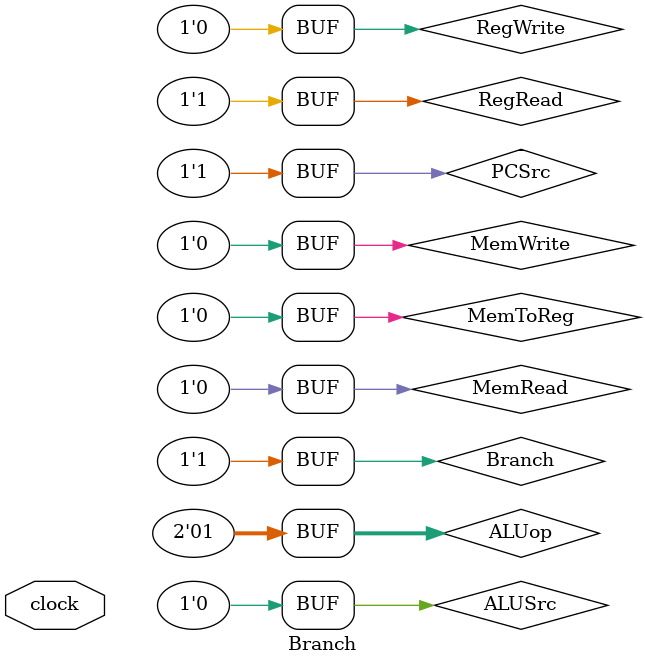
<source format=v>
/* uPowerISA Core Module is the centre of all operations that handles all the operations and instantiates
all the necessary modules
*/
`include "../Module 3 - Instruction Fetch/parse_instruction.v"
`include "../Module 1 - ALU/ALU64Bit.v"
`include "../Module 2 - ALU Control/uPowerALUControl.v"
`include "Instruction_read.v"
`include "Memory_read_write.v"
`include "Register_read_write.v"

module Branch(clock);

input clock; //Execution happens only at positive level-transition (edge sensitive)

//Program counter

reg [31:0] PC = 32'b0;

//Instruction
wire [31:0] instruction;

//Parse instruction
wire [5:0] po;
wire [4:0] rs,rt,rd,bo,bi;
wire [8:0] xoxo;
wire [9:0] xox;
wire rc,aa,lk,oe;
wire [13:0] bd;
wire [63:0] ds;
wire [15:0] si;
wire [23:0] li;
wire [1:0] xods;
wire [3:0] ALUInput;

//Signals

reg RegRead, RegWrite;
reg MemRead, MemWrite, MemToReg;
reg Branch, ALUSrc, PCSrc;
reg [1:0] ALUop;

//Register contents
wire [63:0] write_data, rs_content, rt_content, rd_content, memory_read_data;

		initial begin //store
		    MemRead  = 1'b0;
			MemWrite = 1'b0;
			RegWrite = 1'b0;
			RegRead  = 1'b1;
			Branch   = 1'b1;
			ALUSrc   = 1'b0;
			PCSrc    = 1'b1;
			MemToReg = 1'b0;
			ALUop	 = 2'b01;

		end


//Modules are instantiated
read_instructions p1(instruction, PC);
parse_instruction p2(po, rs, rt, rd, bo, bi, aa, lk, rc, oe, xox, xoxo, si, bd, ds, xods, li, instruction, PC);
//control_unit p3(RegRead, RegWrite, MemRead, MemWrite, Branch, MemToReg, ALUSrc, PCSrc, ALUop, po);
ALU_Control p4(ALUInput, ALUop, xox,xoxo,xods);
ALU64bit p5(write_data, flag, ALUSrc, ALUInput, rs_content, rt_content, ds);
read_write_memory p6(memory_read_data, write_data, rd_content, rd, po, MemWrite, MemRead);
read_write_registers p7(rs_content, rt_content, rd_content, memory_read_data, write_data, rs, rt, rd, bo, bi, po, RegRead, RegWrite, MemToReg, clock);

// Updating the PC value

always @(posedge clock) 
 begin
     
     if(flag == 1 & Branch == 1 & aa == 0 & po == 6'd19)           //Branch Conditional
       PC = PC + 1 + $signed(bd);

     else if(flag == 1 & Branch == 1 & aa == 1 & po == 6'd19) begin //Branch Absolute
       PC = $signed(bd);
	   end

     else if(Branch == 1 & aa == 1 & po == 6'd18)
       PC = $signed(li);

     else if(Branch == 1 & aa == 0 & po == 6'd18)
       PC = PC + 1 + $signed(li);
     else 
       PC = PC + 1;
 end


endmodule
</source>
